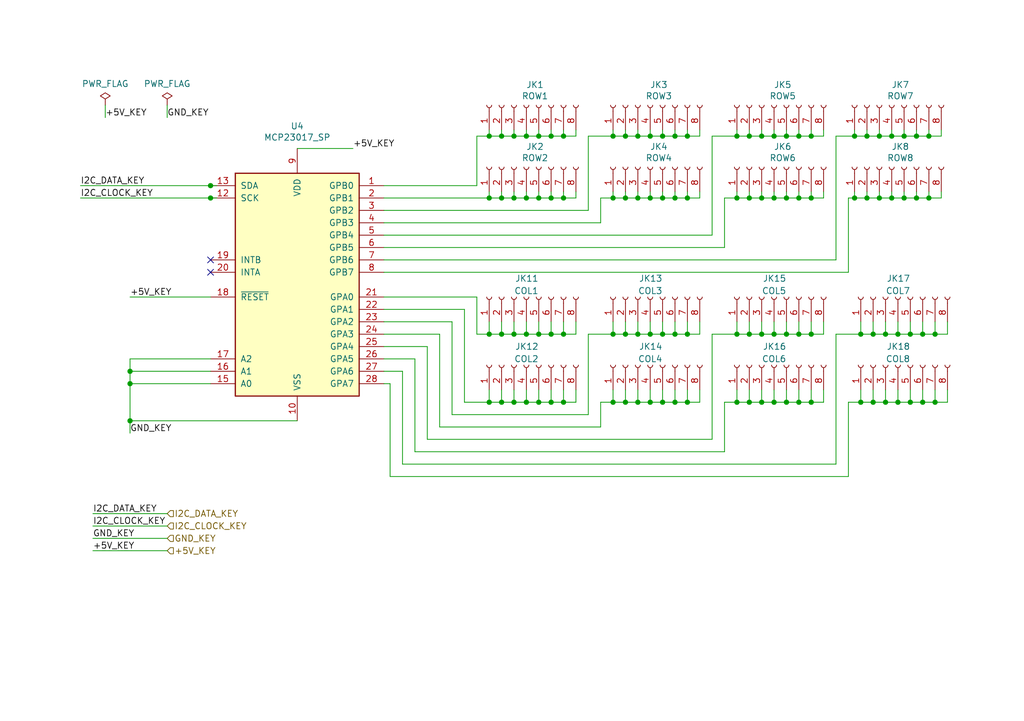
<source format=kicad_sch>
(kicad_sch (version 20211123) (generator eeschema)
  (paper "A5")
  (title_block (title "CIMDID") (date "2022-02-08") (rev "1.0") (comment 1 "@grumpydevelop@contentnation.net") (comment 2 "https://contentnation.net/en/grumpydevelop/cimdit_1"))
  (lib_symbols
    (symbol "Connector:Conn_01x08_Female" (pin_names (offset 1.016) hide)
      (property "Reference" "J" (at 0 10.16 0))
      (property "Value" "Conn_01x08_Female" (at 0 -12.7 0))
      (symbol "Conn_01x08_Female_1_1"
        (arc (start 0 -9.652) (mid -0.508 -10.16) (end 0 -10.668) (stroke (width 0.1524)))
        (arc (start 0 -7.112) (mid -0.508 -7.62) (end 0 -8.128) (stroke (width 0.1524)))
        (arc (start 0 -4.572) (mid -0.508 -5.08) (end 0 -5.588) (stroke (width 0.1524)))
        (arc (start 0 -2.032) (mid -0.508 -2.54) (end 0 -3.048) (stroke (width 0.1524)))
        (polyline (pts (xy -1.27 -10.16) (xy -0.508 -10.16)) (stroke (width 0.1524)))
        (polyline (pts (xy -1.27 -7.62) (xy -0.508 -7.62)) (stroke (width 0.1524)))
        (polyline (pts (xy -1.27 -5.08) (xy -0.508 -5.08)) (stroke (width 0.1524)))
        (polyline (pts (xy -1.27 -2.54) (xy -0.508 -2.54)) (stroke (width 0.1524)))
        (polyline (pts (xy -1.27 0) (xy -0.508 0)) (stroke (width 0.1524)))
        (polyline (pts (xy -1.27 2.54) (xy -0.508 2.54)) (stroke (width 0.1524)))
        (polyline (pts (xy -1.27 5.08) (xy -0.508 5.08)) (stroke (width 0.1524)))
        (polyline (pts (xy -1.27 7.62) (xy -0.508 7.62)) (stroke (width 0.1524)))
        (arc (start 0 0.508) (mid -0.508 0) (end 0 -0.508) (stroke (width 0.1524)))
        (arc (start 0 3.048) (mid -0.508 2.54) (end 0 2.032) (stroke (width 0.1524)))
        (arc (start 0 5.588) (mid -0.508 5.08) (end 0 4.572) (stroke (width 0.1524)))
        (arc (start 0 8.128) (mid -0.508 7.62) (end 0 7.112) (stroke (width 0.1524)))
        (pin passive line (at -5.08 7.62 0) (length 3.81) (name "Pin_1") (number "1"))
        (pin passive line (at -5.08 5.08 0) (length 3.81) (name "Pin_2") (number "2"))
        (pin passive line (at -5.08 2.54 0) (length 3.81) (name "Pin_3") (number "3"))
        (pin passive line (at -5.08 0 0) (length 3.81) (name "Pin_4") (number "4"))
        (pin passive line (at -5.08 -2.54 0) (length 3.81) (name "Pin_5") (number "5"))
        (pin passive line (at -5.08 -5.08 0) (length 3.81) (name "Pin_6") (number "6"))
        (pin passive line (at -5.08 -7.62 0) (length 3.81) (name "Pin_7") (number "7"))
        (pin passive line (at -5.08 -10.16 0) (length 3.81) (name "Pin_8") (number "8"))
      )
    )
    (symbol "Interface_Expansion:MCP23017_SP" (pin_names (offset 1.016))
      (property "Reference" "U" (at -11.43 24.13 0))
      (property "Value" "MCP23017_SP" (at 0 0 0))
      (symbol "MCP23017_SP_0_1"
        (rectangle (start -12.7 22.86) (end 12.7 -22.86) (stroke (width 0.254)) (fill (type background)))
      )
      (symbol "MCP23017_SP_1_1"
        (pin bidirectional line (at 17.78 20.32 180) (length 5.08) (name "GPB0") (number "1"))
        (pin power_in line (at 0 -27.94 90) (length 5.08) (name "VSS") (number "10"))
        (pin no_connect line (at -12.7 15.24 0) (length 5.08) hide (name "NC") (number "11"))
        (pin input line (at -17.78 17.78 0) (length 5.08) (name "SCK") (number "12"))
        (pin bidirectional line (at -17.78 20.32 0) (length 5.08) (name "SDA") (number "13"))
        (pin no_connect line (at -12.7 12.7 0) (length 5.08) hide (name "NC") (number "14"))
        (pin input line (at -17.78 -20.32 0) (length 5.08) (name "A0") (number "15"))
        (pin input line (at -17.78 -17.78 0) (length 5.08) (name "A1") (number "16"))
        (pin input line (at -17.78 -15.24 0) (length 5.08) (name "A2") (number "17"))
        (pin input line (at -17.78 -2.54 0) (length 5.08) (name "~{RESET}") (number "18"))
        (pin tri_state line (at -17.78 5.08 0) (length 5.08) (name "INTB") (number "19"))
        (pin bidirectional line (at 17.78 17.78 180) (length 5.08) (name "GPB1") (number "2"))
        (pin tri_state line (at -17.78 2.54 0) (length 5.08) (name "INTA") (number "20"))
        (pin bidirectional line (at 17.78 -2.54 180) (length 5.08) (name "GPA0") (number "21"))
        (pin bidirectional line (at 17.78 -5.08 180) (length 5.08) (name "GPA1") (number "22"))
        (pin bidirectional line (at 17.78 -7.62 180) (length 5.08) (name "GPA2") (number "23"))
        (pin bidirectional line (at 17.78 -10.16 180) (length 5.08) (name "GPA3") (number "24"))
        (pin bidirectional line (at 17.78 -12.7 180) (length 5.08) (name "GPA4") (number "25"))
        (pin bidirectional line (at 17.78 -15.24 180) (length 5.08) (name "GPA5") (number "26"))
        (pin bidirectional line (at 17.78 -17.78 180) (length 5.08) (name "GPA6") (number "27"))
        (pin bidirectional line (at 17.78 -20.32 180) (length 5.08) (name "GPA7") (number "28"))
        (pin bidirectional line (at 17.78 15.24 180) (length 5.08) (name "GPB2") (number "3"))
        (pin bidirectional line (at 17.78 12.7 180) (length 5.08) (name "GPB3") (number "4"))
        (pin bidirectional line (at 17.78 10.16 180) (length 5.08) (name "GPB4") (number "5"))
        (pin bidirectional line (at 17.78 7.62 180) (length 5.08) (name "GPB5") (number "6"))
        (pin bidirectional line (at 17.78 5.08 180) (length 5.08) (name "GPB6") (number "7"))
        (pin bidirectional line (at 17.78 2.54 180) (length 5.08) (name "GPB7") (number "8"))
        (pin power_in line (at 0 27.94 270) (length 5.08) (name "VDD") (number "9"))
      )
    )
    (symbol "power:PWR_FLAG" (power) (pin_numbers hide) (pin_names (offset 0) hide)
      (property "Value" "PWR_FLAG" (at 0 3.81 0))
      (symbol "PWR_FLAG_0_0"
        (pin power_out line (at 0 0 90) (length 0) (name "pwr") (number "1"))
      )
      (symbol "PWR_FLAG_0_1"
        (polyline (pts (xy 0 0) (xy 0 1.27) (xy -1.016 1.905) (xy 0 2.54) (xy 1.016 1.905) (xy 0 1.27)))
      )
    )
  )
  (junction (at 100.33 68.58))
  (junction (at 102.87 27.94))
  (junction (at 158.75 82.55))
  (junction (at 133.35 68.58))
  (junction (at 102.87 82.55))
  (junction (at 100.33 82.55))
  (junction (at 125.73 82.55))
  (junction (at 130.81 40.64))
  (junction (at 140.97 40.64))
  (junction (at 110.49 82.55))
  (junction (at 189.23 82.55))
  (junction (at 107.95 27.94))
  (junction (at 105.41 82.55))
  (junction (at 185.42 27.94))
  (junction (at 156.21 27.94))
  (junction (at 125.73 68.58))
  (junction (at 110.49 68.58))
  (junction (at 191.77 68.58))
  (junction (at 100.33 40.64))
  (junction (at 153.67 82.55))
  (junction (at 186.69 68.58))
  (junction (at 187.96 40.64))
  (junction (at 185.42 40.64))
  (junction (at 113.03 82.55))
  (junction (at 163.83 68.58))
  (junction (at 138.43 27.94))
  (junction (at 166.37 40.64))
  (junction (at 166.37 68.58))
  (junction (at 156.21 82.55))
  (junction (at 107.95 40.64))
  (junction (at 176.53 82.55))
  (junction (at 177.8 40.64))
  (junction (at 105.41 27.94))
  (junction (at 161.29 68.58))
  (junction (at 43.18 38.1))
  (junction (at 133.35 40.64))
  (junction (at 189.23 68.58))
  (junction (at 115.57 68.58))
  (junction (at 166.37 82.55))
  (junction (at 153.67 68.58))
  (junction (at 138.43 82.55))
  (junction (at 176.53 68.58))
  (junction (at 110.49 40.64))
  (junction (at 156.21 68.58))
  (junction (at 138.43 68.58))
  (junction (at 113.03 68.58))
  (junction (at 128.27 40.64))
  (junction (at 153.67 27.94))
  (junction (at 102.87 40.64))
  (junction (at 130.81 82.55))
  (junction (at 161.29 27.94))
  (junction (at 181.61 82.55))
  (junction (at 140.97 68.58))
  (junction (at 140.97 82.55))
  (junction (at 175.26 27.94))
  (junction (at 163.83 27.94))
  (junction (at 191.77 82.55))
  (junction (at 105.41 40.64))
  (junction (at 100.33 27.94))
  (junction (at 140.97 27.94))
  (junction (at 161.29 40.64))
  (junction (at 125.73 40.64))
  (junction (at 115.57 82.55))
  (junction (at 133.35 27.94))
  (junction (at 187.96 27.94))
  (junction (at 153.67 40.64))
  (junction (at 113.03 27.94))
  (junction (at 128.27 68.58))
  (junction (at 26.67 78.74))
  (junction (at 133.35 82.55))
  (junction (at 182.88 27.94))
  (junction (at 184.15 82.55))
  (junction (at 177.8 27.94))
  (junction (at 107.95 68.58))
  (junction (at 180.34 40.64))
  (junction (at 151.13 27.94))
  (junction (at 179.07 68.58))
  (junction (at 130.81 68.58))
  (junction (at 182.88 40.64))
  (junction (at 128.27 27.94))
  (junction (at 156.21 40.64))
  (junction (at 180.34 27.94))
  (junction (at 166.37 27.94))
  (junction (at 158.75 40.64))
  (junction (at 151.13 40.64))
  (junction (at 115.57 27.94))
  (junction (at 184.15 68.58))
  (junction (at 186.69 82.55))
  (junction (at 190.5 27.94))
  (junction (at 151.13 68.58))
  (junction (at 151.13 82.55))
  (junction (at 102.87 68.58))
  (junction (at 110.49 27.94))
  (junction (at 163.83 82.55))
  (junction (at 115.57 40.64))
  (junction (at 130.81 27.94))
  (junction (at 163.83 40.64))
  (junction (at 113.03 40.64))
  (junction (at 190.5 40.64))
  (junction (at 135.89 27.94))
  (junction (at 158.75 27.94))
  (junction (at 26.67 86.36))
  (junction (at 128.27 82.55))
  (junction (at 135.89 40.64))
  (junction (at 158.75 68.58))
  (junction (at 138.43 40.64))
  (junction (at 161.29 82.55))
  (junction (at 135.89 82.55))
  (junction (at 175.26 40.64))
  (junction (at 43.18 40.64))
  (junction (at 125.73 27.94))
  (junction (at 181.61 68.58))
  (junction (at 135.89 68.58))
  (junction (at 105.41 68.58))
  (junction (at 26.67 76.2))
  (junction (at 107.95 82.55))
  (junction (at 179.07 82.55))
  (no_connect (at 43.18 55.88))
  (no_connect (at 43.18 53.34))
  (wire (pts (xy 168.91 68.58) (xy 168.91 66.04)))
  (wire (pts (xy 161.29 40.64) (xy 163.83 40.64)))
  (wire (pts (xy 78.74 53.34) (xy 171.45 53.34)))
  (wire (pts (xy 193.04 40.64) (xy 193.04 39.37)))
  (wire (pts (xy 140.97 40.64) (xy 143.51 40.64)))
  (wire (pts (xy 138.43 66.04) (xy 138.43 68.58)))
  (wire (pts (xy 130.81 40.64) (xy 130.81 39.37)))
  (wire (pts (xy 107.95 27.94) (xy 110.49 27.94)))
  (wire (pts (xy 26.67 73.66) (xy 43.18 73.66)))
  (wire (pts (xy 115.57 82.55) (xy 118.11 82.55)))
  (wire (pts (xy 151.13 80.01) (xy 151.13 82.55)))
  (wire (pts (xy 123.19 45.72) (xy 123.19 40.64)))
  (wire (pts (xy 125.73 27.94) (xy 128.27 27.94)))
  (wire (pts (xy 87.63 71.12) (xy 87.63 90.17)))
  (wire (pts (xy 115.57 68.58) (xy 118.11 68.58)))
  (wire (pts (xy 60.96 86.36) (xy 26.67 86.36)))
  (wire (pts (xy 19.05 105.41) (xy 34.29 105.41)))
  (wire (pts (xy 161.29 39.37) (xy 161.29 40.64)))
  (wire (pts (xy 175.26 40.64) (xy 175.26 39.37)))
  (wire (pts (xy 125.73 40.64) (xy 125.73 39.37)))
  (wire (pts (xy 138.43 68.58) (xy 140.97 68.58)))
  (wire (pts (xy 158.75 80.01) (xy 158.75 82.55)))
  (wire (pts (xy 171.45 68.58) (xy 176.53 68.58)))
  (wire (pts (xy 105.41 39.37) (xy 105.41 40.64)))
  (wire (pts (xy 128.27 40.64) (xy 128.27 39.37)))
  (wire (pts (xy 182.88 40.64) (xy 185.42 40.64)))
  (wire (pts (xy 190.5 27.94) (xy 193.04 27.94)))
  (wire (pts (xy 110.49 40.64) (xy 113.03 40.64)))
  (wire (pts (xy 97.79 27.94) (xy 97.79 38.1)))
  (wire (pts (xy 78.74 48.26) (xy 146.05 48.26)))
  (wire (pts (xy 125.73 66.04) (xy 125.73 68.58)))
  (wire (pts (xy 146.05 68.58) (xy 151.13 68.58)))
  (wire (pts (xy 135.89 40.64) (xy 138.43 40.64)))
  (wire (pts (xy 180.34 40.64) (xy 180.34 39.37)))
  (wire (pts (xy 156.21 40.64) (xy 158.75 40.64)))
  (wire (pts (xy 78.74 68.58) (xy 90.17 68.58)))
  (wire (pts (xy 130.81 82.55) (xy 130.81 80.01)))
  (wire (pts (xy 97.79 68.58) (xy 100.33 68.58)))
  (wire (pts (xy 128.27 82.55) (xy 130.81 82.55)))
  (wire (pts (xy 138.43 40.64) (xy 140.97 40.64)))
  (wire (pts (xy 171.45 27.94) (xy 171.45 53.34)))
  (wire (pts (xy 43.18 38.1) (xy 16.51 38.1)))
  (wire (pts (xy 186.69 82.55) (xy 186.69 80.01)))
  (wire (pts (xy 72.39 30.48) (xy 60.96 30.48)))
  (wire (pts (xy 163.83 26.67) (xy 163.83 27.94)))
  (wire (pts (xy 186.69 82.55) (xy 189.23 82.55)))
  (wire (pts (xy 166.37 40.64) (xy 168.91 40.64)))
  (wire (pts (xy 100.33 68.58) (xy 102.87 68.58)))
  (wire (pts (xy 113.03 39.37) (xy 113.03 40.64)))
  (wire (pts (xy 133.35 68.58) (xy 133.35 66.04)))
  (wire (pts (xy 100.33 66.04) (xy 100.33 68.58)))
  (wire (pts (xy 180.34 27.94) (xy 182.88 27.94)))
  (wire (pts (xy 105.41 68.58) (xy 107.95 68.58)))
  (wire (pts (xy 191.77 68.58) (xy 191.77 66.04)))
  (wire (pts (xy 163.83 82.55) (xy 163.83 80.01)))
  (wire (pts (xy 34.29 113.03) (xy 19.05 113.03)))
  (wire (pts (xy 107.95 80.01) (xy 107.95 82.55)))
  (wire (pts (xy 130.81 26.67) (xy 130.81 27.94)))
  (wire (pts (xy 92.71 85.09) (xy 120.65 85.09)))
  (wire (pts (xy 182.88 26.67) (xy 182.88 27.94)))
  (wire (pts (xy 168.91 82.55) (xy 168.91 80.01)))
  (wire (pts (xy 120.65 43.18) (xy 120.65 27.94)))
  (wire (pts (xy 163.83 68.58) (xy 166.37 68.58)))
  (wire (pts (xy 102.87 26.67) (xy 102.87 27.94)))
  (wire (pts (xy 125.73 40.64) (xy 128.27 40.64)))
  (wire (pts (xy 177.8 40.64) (xy 180.34 40.64)))
  (wire (pts (xy 133.35 40.64) (xy 133.35 39.37)))
  (wire (pts (xy 130.81 82.55) (xy 133.35 82.55)))
  (wire (pts (xy 80.01 97.79) (xy 173.99 97.79)))
  (wire (pts (xy 90.17 68.58) (xy 90.17 87.63)))
  (wire (pts (xy 181.61 68.58) (xy 181.61 66.04)))
  (wire (pts (xy 161.29 26.67) (xy 161.29 27.94)))
  (wire (pts (xy 133.35 27.94) (xy 135.89 27.94)))
  (wire (pts (xy 138.43 82.55) (xy 140.97 82.55)))
  (wire (pts (xy 26.67 60.96) (xy 43.18 60.96)))
  (wire (pts (xy 156.21 39.37) (xy 156.21 40.64)))
  (wire (pts (xy 191.77 82.55) (xy 194.31 82.55)))
  (wire (pts (xy 130.81 40.64) (xy 133.35 40.64)))
  (wire (pts (xy 107.95 82.55) (xy 110.49 82.55)))
  (wire (pts (xy 105.41 26.67) (xy 105.41 27.94)))
  (wire (pts (xy 140.97 68.58) (xy 143.51 68.58)))
  (wire (pts (xy 26.67 78.74) (xy 26.67 76.2)))
  (wire (pts (xy 97.79 60.96) (xy 97.79 68.58)))
  (wire (pts (xy 166.37 82.55) (xy 168.91 82.55)))
  (wire (pts (xy 85.09 92.71) (xy 148.59 92.71)))
  (wire (pts (xy 138.43 27.94) (xy 140.97 27.94)))
  (wire (pts (xy 105.41 80.01) (xy 105.41 82.55)))
  (wire (pts (xy 166.37 66.04) (xy 166.37 68.58)))
  (wire (pts (xy 175.26 27.94) (xy 177.8 27.94)))
  (wire (pts (xy 125.73 68.58) (xy 128.27 68.58)))
  (wire (pts (xy 140.97 82.55) (xy 140.97 80.01)))
  (wire (pts (xy 168.91 40.64) (xy 168.91 39.37)))
  (wire (pts (xy 189.23 82.55) (xy 191.77 82.55)))
  (wire (pts (xy 19.05 107.95) (xy 34.29 107.95)))
  (wire (pts (xy 189.23 68.58) (xy 191.77 68.58)))
  (wire (pts (xy 80.01 78.74) (xy 78.74 78.74)))
  (wire (pts (xy 158.75 68.58) (xy 161.29 68.58)))
  (wire (pts (xy 78.74 73.66) (xy 85.09 73.66)))
  (wire (pts (xy 107.95 39.37) (xy 107.95 40.64)))
  (wire (pts (xy 78.74 76.2) (xy 82.55 76.2)))
  (wire (pts (xy 78.74 71.12) (xy 87.63 71.12)))
  (wire (pts (xy 153.67 39.37) (xy 153.67 40.64)))
  (wire (pts (xy 26.67 86.36) (xy 26.67 88.9)))
  (wire (pts (xy 171.45 27.94) (xy 175.26 27.94)))
  (wire (pts (xy 82.55 95.25) (xy 171.45 95.25)))
  (wire (pts (xy 128.27 27.94) (xy 130.81 27.94)))
  (wire (pts (xy 163.83 27.94) (xy 166.37 27.94)))
  (wire (pts (xy 184.15 68.58) (xy 184.15 66.04)))
  (wire (pts (xy 107.95 40.64) (xy 110.49 40.64)))
  (wire (pts (xy 100.33 27.94) (xy 100.33 26.67)))
  (wire (pts (xy 135.89 26.67) (xy 135.89 27.94)))
  (wire (pts (xy 26.67 76.2) (xy 26.67 73.66)))
  (wire (pts (xy 102.87 66.04) (xy 102.87 68.58)))
  (wire (pts (xy 97.79 27.94) (xy 100.33 27.94)))
  (wire (pts (xy 166.37 68.58) (xy 168.91 68.58)))
  (wire (pts (xy 115.57 26.67) (xy 115.57 27.94)))
  (wire (pts (xy 190.5 40.64) (xy 193.04 40.64)))
  (wire (pts (xy 113.03 27.94) (xy 115.57 27.94)))
  (wire (pts (xy 133.35 40.64) (xy 135.89 40.64)))
  (wire (pts (xy 118.11 27.94) (xy 118.11 26.67)))
  (wire (pts (xy 185.42 40.64) (xy 185.42 39.37)))
  (wire (pts (xy 146.05 27.94) (xy 151.13 27.94)))
  (wire (pts (xy 179.07 82.55) (xy 181.61 82.55)))
  (wire (pts (xy 113.03 40.64) (xy 115.57 40.64)))
  (wire (pts (xy 153.67 66.04) (xy 153.67 68.58)))
  (wire (pts (xy 146.05 90.17) (xy 146.05 68.58)))
  (wire (pts (xy 130.81 68.58) (xy 130.81 66.04)))
  (wire (pts (xy 34.29 24.13) (xy 34.29 21.59)))
  (wire (pts (xy 194.31 68.58) (xy 194.31 66.04)))
  (wire (pts (xy 113.03 82.55) (xy 115.57 82.55)))
  (wire (pts (xy 163.83 40.64) (xy 166.37 40.64)))
  (wire (pts (xy 190.5 40.64) (xy 190.5 39.37)))
  (wire (pts (xy 78.74 63.5) (xy 95.25 63.5)))
  (wire (pts (xy 177.8 26.67) (xy 177.8 27.94)))
  (wire (pts (xy 182.88 40.64) (xy 182.88 39.37)))
  (wire (pts (xy 185.42 40.64) (xy 187.96 40.64)))
  (wire (pts (xy 78.74 40.64) (xy 100.33 40.64)))
  (wire (pts (xy 123.19 82.55) (xy 123.19 87.63)))
  (wire (pts (xy 133.35 26.67) (xy 133.35 27.94)))
  (wire (pts (xy 176.53 68.58) (xy 179.07 68.58)))
  (wire (pts (xy 115.57 82.55) (xy 115.57 80.01)))
  (wire (pts (xy 135.89 68.58) (xy 135.89 66.04)))
  (wire (pts (xy 115.57 66.04) (xy 115.57 68.58)))
  (wire (pts (xy 181.61 68.58) (xy 184.15 68.58)))
  (wire (pts (xy 179.07 66.04) (xy 179.07 68.58)))
  (wire (pts (xy 78.74 66.04) (xy 92.71 66.04)))
  (wire (pts (xy 130.81 68.58) (xy 133.35 68.58)))
  (wire (pts (xy 123.19 40.64) (xy 125.73 40.64)))
  (wire (pts (xy 26.67 86.36) (xy 26.67 78.74)))
  (wire (pts (xy 191.77 82.55) (xy 191.77 80.01)))
  (wire (pts (xy 151.13 40.64) (xy 153.67 40.64)))
  (wire (pts (xy 26.67 78.74) (xy 43.18 78.74)))
  (wire (pts (xy 171.45 68.58) (xy 171.45 95.25)))
  (wire (pts (xy 176.53 66.04) (xy 176.53 68.58)))
  (wire (pts (xy 90.17 87.63) (xy 123.19 87.63)))
  (wire (pts (xy 78.74 38.1) (xy 97.79 38.1)))
  (wire (pts (xy 135.89 27.94) (xy 138.43 27.94)))
  (wire (pts (xy 173.99 82.55) (xy 173.99 97.79)))
  (wire (pts (xy 21.59 24.13) (xy 21.59 21.59)))
  (wire (pts (xy 133.35 82.55) (xy 135.89 82.55)))
  (wire (pts (xy 135.89 68.58) (xy 138.43 68.58)))
  (wire (pts (xy 102.87 80.01) (xy 102.87 82.55)))
  (wire (pts (xy 153.67 68.58) (xy 156.21 68.58)))
  (wire (pts (xy 100.33 40.64) (xy 102.87 40.64)))
  (wire (pts (xy 177.8 27.94) (xy 180.34 27.94)))
  (wire (pts (xy 179.07 80.01) (xy 179.07 82.55)))
  (wire (pts (xy 44.45 38.1) (xy 43.18 38.1)))
  (wire (pts (xy 133.35 82.55) (xy 133.35 80.01)))
  (wire (pts (xy 175.26 40.64) (xy 177.8 40.64)))
  (wire (pts (xy 158.75 26.67) (xy 158.75 27.94)))
  (wire (pts (xy 78.74 55.88) (xy 173.99 55.88)))
  (wire (pts (xy 153.67 82.55) (xy 156.21 82.55)))
  (wire (pts (xy 19.05 110.49) (xy 34.29 110.49)))
  (wire (pts (xy 44.45 40.64) (xy 43.18 40.64)))
  (wire (pts (xy 82.55 76.2) (xy 82.55 95.25)))
  (wire (pts (xy 110.49 68.58) (xy 113.03 68.58)))
  (wire (pts (xy 102.87 40.64) (xy 105.41 40.64)))
  (wire (pts (xy 107.95 26.67) (xy 107.95 27.94)))
  (wire (pts (xy 102.87 68.58) (xy 105.41 68.58)))
  (wire (pts (xy 185.42 27.94) (xy 187.96 27.94)))
  (wire (pts (xy 138.43 80.01) (xy 138.43 82.55)))
  (wire (pts (xy 153.67 27.94) (xy 156.21 27.94)))
  (wire (pts (xy 100.33 82.55) (xy 102.87 82.55)))
  (wire (pts (xy 128.27 80.01) (xy 128.27 82.55)))
  (wire (pts (xy 105.41 82.55) (xy 107.95 82.55)))
  (wire (pts (xy 102.87 82.55) (xy 105.41 82.55)))
  (wire (pts (xy 187.96 40.64) (xy 190.5 40.64)))
  (wire (pts (xy 140.97 68.58) (xy 140.97 66.04)))
  (wire (pts (xy 166.37 26.67) (xy 166.37 27.94)))
  (wire (pts (xy 118.11 82.55) (xy 118.11 80.01)))
  (wire (pts (xy 135.89 82.55) (xy 138.43 82.55)))
  (wire (pts (xy 135.89 40.64) (xy 135.89 39.37)))
  (wire (pts (xy 158.75 40.64) (xy 161.29 40.64)))
  (wire (pts (xy 102.87 27.94) (xy 105.41 27.94)))
  (wire (pts (xy 148.59 82.55) (xy 151.13 82.55)))
  (wire (pts (xy 78.74 45.72) (xy 123.19 45.72)))
  (wire (pts (xy 184.15 82.55) (xy 184.15 80.01)))
  (wire (pts (xy 125.73 82.55) (xy 128.27 82.55)))
  (wire (pts (xy 163.83 82.55) (xy 166.37 82.55)))
  (wire (pts (xy 143.51 40.64) (xy 143.51 39.37)))
  (wire (pts (xy 110.49 39.37) (xy 110.49 40.64)))
  (wire (pts (xy 138.43 26.67) (xy 138.43 27.94)))
  (wire (pts (xy 163.83 66.04) (xy 163.83 68.58)))
  (wire (pts (xy 102.87 39.37) (xy 102.87 40.64)))
  (wire (pts (xy 143.51 68.58) (xy 143.51 66.04)))
  (wire (pts (xy 78.74 43.18) (xy 120.65 43.18)))
  (wire (pts (xy 140.97 27.94) (xy 143.51 27.94)))
  (wire (pts (xy 185.42 26.67) (xy 185.42 27.94)))
  (wire (pts (xy 100.33 27.94) (xy 102.87 27.94)))
  (wire (pts (xy 151.13 68.58) (xy 153.67 68.58)))
  (wire (pts (xy 113.03 68.58) (xy 115.57 68.58)))
  (wire (pts (xy 161.29 68.58) (xy 163.83 68.58)))
  (wire (pts (xy 161.29 80.01) (xy 161.29 82.55)))
  (wire (pts (xy 110.49 82.55) (xy 113.03 82.55)))
  (wire (pts (xy 193.04 27.94) (xy 193.04 26.67)))
  (wire (pts (xy 166.37 27.94) (xy 168.91 27.94)))
  (wire (pts (xy 115.57 40.64) (xy 118.11 40.64)))
  (wire (pts (xy 110.49 26.67) (xy 110.49 27.94)))
  (wire (pts (xy 176.53 82.55) (xy 179.07 82.55)))
  (wire (pts (xy 156.21 82.55) (xy 158.75 82.55)))
  (wire (pts (xy 187.96 40.64) (xy 187.96 39.37)))
  (wire (pts (xy 130.81 27.94) (xy 133.35 27.94)))
  (wire (pts (xy 151.13 82.55) (xy 153.67 82.55)))
  (wire (pts (xy 187.96 27.94) (xy 190.5 27.94)))
  (wire (pts (xy 135.89 82.55) (xy 135.89 80.01)))
  (wire (pts (xy 156.21 26.67) (xy 156.21 27.94)))
  (wire (pts (xy 78.74 60.96) (xy 97.79 60.96)))
  (wire (pts (xy 191.77 68.58) (xy 194.31 68.58)))
  (wire (pts (xy 153.67 40.64) (xy 156.21 40.64)))
  (wire (pts (xy 158.75 66.04) (xy 158.75 68.58)))
  (wire (pts (xy 110.49 66.04) (xy 110.49 68.58)))
  (wire (pts (xy 158.75 27.94) (xy 161.29 27.94)))
  (wire (pts (xy 189.23 66.04) (xy 189.23 68.58)))
  (wire (pts (xy 78.74 50.8) (xy 148.59 50.8)))
  (wire (pts (xy 128.27 66.04) (xy 128.27 68.58)))
  (wire (pts (xy 153.67 26.67) (xy 153.67 27.94)))
  (wire (pts (xy 190.5 26.67) (xy 190.5 27.94)))
  (wire (pts (xy 95.25 82.55) (xy 100.33 82.55)))
  (wire (pts (xy 92.71 66.04) (xy 92.71 85.09)))
  (wire (pts (xy 176.53 80.01) (xy 176.53 82.55)))
  (wire (pts (xy 143.51 27.94) (xy 143.51 26.67)))
  (wire (pts (xy 26.67 76.2) (xy 43.18 76.2)))
  (wire (pts (xy 151.13 27.94) (xy 153.67 27.94)))
  (wire (pts (xy 128.27 68.58) (xy 130.81 68.58)))
  (wire (pts (xy 95.25 63.5) (xy 95.25 82.55)))
  (wire (pts (xy 107.95 68.58) (xy 110.49 68.58)))
  (wire (pts (xy 118.11 68.58) (xy 118.11 66.04)))
  (wire (pts (xy 187.96 26.67) (xy 187.96 27.94)))
  (wire (pts (xy 161.29 66.04) (xy 161.29 68.58)))
  (wire (pts (xy 100.33 40.64) (xy 100.33 39.37)))
  (wire (pts (xy 123.19 82.55) (xy 125.73 82.55)))
  (wire (pts (xy 175.26 26.67) (xy 175.26 27.94)))
  (wire (pts (xy 179.07 68.58) (xy 181.61 68.58)))
  (wire (pts (xy 180.34 26.67) (xy 180.34 27.94)))
  (wire (pts (xy 184.15 82.55) (xy 186.69 82.55)))
  (wire (pts (xy 151.13 40.64) (xy 151.13 39.37)))
  (wire (pts (xy 148.59 40.64) (xy 151.13 40.64)))
  (wire (pts (xy 186.69 68.58) (xy 189.23 68.58)))
  (wire (pts (xy 184.15 68.58) (xy 186.69 68.58)))
  (wire (pts (xy 115.57 27.94) (xy 118.11 27.94)))
  (wire (pts (xy 115.57 40.64) (xy 115.57 39.37)))
  (wire (pts (xy 163.83 39.37) (xy 163.83 40.64)))
  (wire (pts (xy 173.99 40.64) (xy 173.99 55.88)))
  (wire (pts (xy 138.43 40.64) (xy 138.43 39.37)))
  (wire (pts (xy 113.03 82.55) (xy 113.03 80.01)))
  (wire (pts (xy 128.27 40.64) (xy 130.81 40.64)))
  (wire (pts (xy 148.59 82.55) (xy 148.59 92.71)))
  (wire (pts (xy 140.97 26.67) (xy 140.97 27.94)))
  (wire (pts (xy 113.03 66.04) (xy 113.03 68.58)))
  (wire (pts (xy 120.65 27.94) (xy 125.73 27.94)))
  (wire (pts (xy 148.59 40.64) (xy 148.59 50.8)))
  (wire (pts (xy 168.91 27.94) (xy 168.91 26.67)))
  (wire (pts (xy 156.21 68.58) (xy 158.75 68.58)))
  (wire (pts (xy 161.29 82.55) (xy 163.83 82.55)))
  (wire (pts (xy 85.09 73.66) (xy 85.09 92.71)))
  (wire (pts (xy 120.65 68.58) (xy 120.65 85.09)))
  (wire (pts (xy 140.97 82.55) (xy 143.51 82.55)))
  (wire (pts (xy 158.75 82.55) (xy 161.29 82.55)))
  (wire (pts (xy 105.41 66.04) (xy 105.41 68.58)))
  (wire (pts (xy 143.51 82.55) (xy 143.51 80.01)))
  (wire (pts (xy 173.99 40.64) (xy 175.26 40.64)))
  (wire (pts (xy 110.49 80.01) (xy 110.49 82.55)))
  (wire (pts (xy 118.11 40.64) (xy 118.11 39.37)))
  (wire (pts (xy 181.61 82.55) (xy 181.61 80.01)))
  (wire (pts (xy 156.21 80.01) (xy 156.21 82.55)))
  (wire (pts (xy 158.75 39.37) (xy 158.75 40.64)))
  (wire (pts (xy 107.95 66.04) (xy 107.95 68.58)))
  (wire (pts (xy 43.18 40.64) (xy 16.51 40.64)))
  (wire (pts (xy 177.8 40.64) (xy 177.8 39.37)))
  (wire (pts (xy 128.27 26.67) (xy 128.27 27.94)))
  (wire (pts (xy 125.73 26.67) (xy 125.73 27.94)))
  (wire (pts (xy 146.05 48.26) (xy 146.05 27.94)))
  (wire (pts (xy 166.37 40.64) (xy 166.37 39.37)))
  (wire (pts (xy 125.73 80.01) (xy 125.73 82.55)))
  (wire (pts (xy 182.88 27.94) (xy 185.42 27.94)))
  (wire (pts (xy 151.13 27.94) (xy 151.13 26.67)))
  (wire (pts (xy 110.49 27.94) (xy 113.03 27.94)))
  (wire (pts (xy 87.63 90.17) (xy 146.05 90.17)))
  (wire (pts (xy 189.23 80.01) (xy 189.23 82.55)))
  (wire (pts (xy 194.31 82.55) (xy 194.31 80.01)))
  (wire (pts (xy 161.29 27.94) (xy 163.83 27.94)))
  (wire (pts (xy 156.21 27.94) (xy 158.75 27.94)))
  (wire (pts (xy 140.97 40.64) (xy 140.97 39.37)))
  (wire (pts (xy 181.61 82.55) (xy 184.15 82.55)))
  (wire (pts (xy 100.33 80.01) (xy 100.33 82.55)))
  (wire (pts (xy 186.69 68.58) (xy 186.69 66.04)))
  (wire (pts (xy 105.41 27.94) (xy 107.95 27.94)))
  (wire (pts (xy 173.99 82.55) (xy 176.53 82.55)))
  (wire (pts (xy 156.21 66.04) (xy 156.21 68.58)))
  (wire (pts (xy 80.01 78.74) (xy 80.01 97.79)))
  (wire (pts (xy 120.65 68.58) (xy 125.73 68.58)))
  (wire (pts (xy 153.67 80.01) (xy 153.67 82.55)))
  (wire (pts (xy 151.13 66.04) (xy 151.13 68.58)))
  (wire (pts (xy 105.41 40.64) (xy 107.95 40.64)))
  (wire (pts (xy 113.03 26.67) (xy 113.03 27.94)))
  (wire (pts (xy 133.35 68.58) (xy 135.89 68.58)))
  (wire (pts (xy 166.37 82.55) (xy 166.37 80.01)))
  (wire (pts (xy 180.34 40.64) (xy 182.88 40.64)))
  (label "+5V_KEY" (at 72.39 30.48 0))
  (label "+5V_KEY" (at 19.05 113.03 0))
  (label "GND_KEY" (at 19.05 110.49 0))
  (label "+5V_KEY" (at 21.59 24.13 0))
  (label "I2C_DATA_KEY" (at 19.05 105.41 0))
  (label "I2C_CLOCK_KEY" (at 19.05 107.95 0))
  (label "I2C_DATA_KEY" (at 16.51 38.1 0))
  (label "GND_KEY" (at 34.29 24.13 0))
  (label "+5V_KEY" (at 26.67 60.96 0))
  (label "I2C_CLOCK_KEY" (at 16.51 40.64 0))
  (label "GND_KEY" (at 26.67 88.9 0))
  (hierarchical_label "I2C_DATA_KEY" (shape input) (at 34.29 105.41 0))
  (hierarchical_label "GND_KEY" (shape input) (at 34.29 110.49 0))
  (hierarchical_label "I2C_CLOCK_KEY" (shape input) (at 34.29 107.95 0))
  (hierarchical_label "+5V_KEY" (shape input) (at 34.29 113.03 0))
  (symbol (lib_id "Connector:Conn_01x08_Female") (at 158.75 34.29 90) (unit 1)
    (property "Reference" "JK6" (at 160.528 30.099 90))
    (property "Value" "ROW6" (at 160.528 32.4104 90))
    (property "Footprint" "Connector_PinSocket_2.54mm:PinSocket_1x08_P2.54mm_Vertical" (effects hide))
  )
  (symbol (lib_id "Connector:Conn_01x08_Female") (at 107.95 60.96 90) (unit 1)
    (property "Reference" "JK11" (at 110.49 57.15 90) (effects (justify left)))
    (property "Value" "COL1" (at 110.49 59.69 90) (effects (justify left)))
    (property "Footprint" "Connector_PinSocket_2.54mm:PinSocket_1x08_P2.54mm_Vertical" (effects hide))
  )
  (symbol (lib_id "Connector:Conn_01x08_Female") (at 158.75 21.59 90) (unit 1)
    (property "Reference" "JK5" (at 160.528 17.399 90))
    (property "Value" "ROW5" (at 160.528 19.7104 90))
    (property "Footprint" "Connector_PinSocket_2.54mm:PinSocket_1x08_P2.54mm_Vertical" (effects hide))
  )
  (symbol (lib_id "Connector:Conn_01x08_Female") (at 133.35 21.59 90) (unit 1)
    (property "Reference" "JK3" (at 135.128 17.399 90))
    (property "Value" "ROW3" (at 135.128 19.7104 90))
    (property "Footprint" "Connector_PinSocket_2.54mm:PinSocket_1x08_P2.54mm_Vertical" (effects hide))
  )
  (symbol (lib_id "power:PWR_FLAG") (at 21.59 21.59 0) (unit 1)
    (property "Reference" "#FLG0107" (effects hide))
    (property "Value" "PWR_FLAG" (at 21.59 17.1958 0))
  )
  (symbol (lib_id "Connector:Conn_01x08_Female") (at 182.88 21.59 90) (unit 1)
    (property "Reference" "JK7" (at 184.658 17.399 90))
    (property "Value" "ROW7" (at 184.658 19.7104 90))
    (property "Footprint" "Connector_PinSocket_2.54mm:PinSocket_1x08_P2.54mm_Vertical" (effects hide))
  )
  (symbol (lib_id "Connector:Conn_01x08_Female") (at 182.88 34.29 90) (unit 1)
    (property "Reference" "JK8" (at 184.658 30.099 90))
    (property "Value" "ROW8" (at 184.658 32.4104 90))
    (property "Footprint" "Connector_PinSocket_2.54mm:PinSocket_1x08_P2.54mm_Vertical" (effects hide))
  )
  (symbol (lib_id "Connector:Conn_01x08_Female") (at 107.95 74.93 90) (unit 1)
    (property "Reference" "JK12" (at 110.49 71.12 90) (effects (justify left)))
    (property "Value" "COL2" (at 110.49 73.66 90) (effects (justify left)))
    (property "Footprint" "Connector_PinSocket_2.54mm:PinSocket_1x08_P2.54mm_Vertical" (effects hide))
  )
  (symbol (lib_id "Connector:Conn_01x08_Female") (at 133.35 34.29 90) (unit 1)
    (property "Reference" "JK4" (at 135.128 30.099 90))
    (property "Value" "ROW4" (at 135.128 32.4104 90))
    (property "Footprint" "Connector_PinSocket_2.54mm:PinSocket_1x08_P2.54mm_Vertical" (effects hide))
  )
  (symbol (lib_id "Connector:Conn_01x08_Female") (at 107.95 34.29 90) (unit 1)
    (property "Reference" "JK2" (at 109.728 30.099 90))
    (property "Value" "ROW2" (at 109.728 32.4104 90))
    (property "Footprint" "Connector_PinSocket_2.54mm:PinSocket_1x08_P2.54mm_Vertical" (effects hide))
  )
  (symbol (lib_id "Connector:Conn_01x08_Female") (at 158.75 74.93 90) (unit 1)
    (property "Reference" "JK16" (at 161.29 71.12 90) (effects (justify left)))
    (property "Value" "COL6" (at 161.29 73.66 90) (effects (justify left)))
    (property "Footprint" "Connector_PinSocket_2.54mm:PinSocket_1x08_P2.54mm_Vertical" (effects hide))
  )
  (symbol (lib_id "Connector:Conn_01x08_Female") (at 133.35 74.93 90) (unit 1)
    (property "Reference" "JK14" (at 135.89 71.12 90) (effects (justify left)))
    (property "Value" "COL4" (at 135.89 73.66 90) (effects (justify left)))
    (property "Footprint" "Connector_PinSocket_2.54mm:PinSocket_1x08_P2.54mm_Vertical" (effects hide))
  )
  (symbol (lib_id "Connector:Conn_01x08_Female") (at 184.15 60.96 90) (unit 1)
    (property "Reference" "JK17" (at 186.69 57.15 90) (effects (justify left)))
    (property "Value" "COL7" (at 186.69 59.69 90) (effects (justify left)))
    (property "Footprint" "Connector_PinSocket_2.54mm:PinSocket_1x08_P2.54mm_Vertical" (effects hide))
  )
  (symbol (lib_id "Interface_Expansion:MCP23017_SP") (at 60.96 58.42 0) (unit 1)
    (property "Reference" "U4" (at 60.96 25.8826 0))
    (property "Value" "MCP23017_SP" (at 60.96 28.194 0))
    (property "Footprint" "Package_DIP:DIP-28_W7.62mm" (effects hide))
    (property "Datasheet" "http://ww1.microchip.com/downloads/en/DeviceDoc/20001952C.pdf" (effects hide))
  )
  (symbol (lib_id "Connector:Conn_01x08_Female") (at 158.75 60.96 90) (unit 1)
    (property "Reference" "JK15" (at 161.29 57.15 90) (effects (justify left)))
    (property "Value" "COL5" (at 161.29 59.69 90) (effects (justify left)))
    (property "Footprint" "Connector_PinSocket_2.54mm:PinSocket_1x08_P2.54mm_Vertical" (effects hide))
  )
  (symbol (lib_id "Connector:Conn_01x08_Female") (at 184.15 74.93 90) (unit 1)
    (property "Reference" "JK18" (at 186.69 71.12 90) (effects (justify left)))
    (property "Value" "COL8" (at 186.69 73.66 90) (effects (justify left)))
    (property "Footprint" "Connector_PinSocket_2.54mm:PinSocket_1x08_P2.54mm_Vertical" (effects hide))
  )
  (symbol (lib_id "Connector:Conn_01x08_Female") (at 107.95 21.59 90) (unit 1)
    (property "Reference" "JK1" (at 109.728 17.399 90))
    (property "Value" "ROW1" (at 109.728 19.7104 90))
    (property "Footprint" "Connector_PinSocket_2.54mm:PinSocket_1x08_P2.54mm_Vertical" (effects hide))
  )
  (symbol (lib_id "power:PWR_FLAG") (at 34.29 21.59 0) (unit 1)
    (property "Reference" "#FLG0108" (effects hide))
    (property "Value" "PWR_FLAG" (at 34.29 17.1958 0))
  )
  (symbol (lib_id "Connector:Conn_01x08_Female") (at 133.35 60.96 90) (unit 1)
    (property "Reference" "JK13" (at 135.89 57.15 90) (effects (justify left)))
    (property "Value" "COL3" (at 135.89 59.69 90) (effects (justify left)))
    (property "Footprint" "Connector_PinSocket_2.54mm:PinSocket_1x08_P2.54mm_Vertical" (effects hide))
  )
)
</source>
